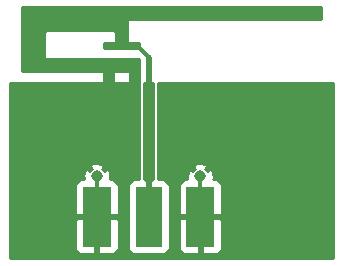
<source format=gbr>
G04 #@! TF.FileFunction,Copper,L1,Top,Signal*
%FSLAX46Y46*%
G04 Gerber Fmt 4.6, Leading zero omitted, Abs format (unit mm)*
G04 Created by KiCad (PCBNEW 4.0.5) date 02/21/17 00:10:14*
%MOMM*%
%LPD*%
G01*
G04 APERTURE LIST*
%ADD10C,0.100000*%
%ADD11R,2.290000X5.080000*%
%ADD12R,2.420000X5.080000*%
%ADD13C,0.970000*%
%ADD14R,0.460000X0.890000*%
%ADD15C,0.355600*%
%ADD16C,0.254000*%
G04 APERTURE END LIST*
D10*
D11*
X142316200Y-96614400D03*
D12*
X137936200Y-96614400D03*
X146696200Y-96614400D03*
D13*
X137936200Y-93174400D03*
X146696200Y-93174400D03*
D14*
X137936200Y-93624400D03*
X146696200Y-93624400D03*
D15*
X141135100Y-85648800D03*
X138925300Y-85648800D03*
D16*
G36*
X156895800Y-79832200D02*
X140639800Y-79832200D01*
X140590390Y-79842206D01*
X140548765Y-79870647D01*
X140521485Y-79913041D01*
X140512800Y-79959200D01*
X140512800Y-81762600D01*
X140522806Y-81812010D01*
X140551247Y-81853635D01*
X140593641Y-81880915D01*
X140639800Y-81889600D01*
X141503400Y-81889600D01*
X141503400Y-82092800D01*
X141513406Y-82142210D01*
X141540597Y-82182603D01*
X142417800Y-83059806D01*
X142417800Y-85140800D01*
X142427806Y-85190210D01*
X142456247Y-85231835D01*
X142498641Y-85259115D01*
X142544800Y-85267800D01*
X142722600Y-85267800D01*
X142722600Y-93439400D01*
X142601950Y-93439400D01*
X142443200Y-93598150D01*
X142443200Y-96824800D01*
X142189200Y-96824800D01*
X142189200Y-93598150D01*
X142030450Y-93439400D01*
X141909800Y-93439400D01*
X141909800Y-85267800D01*
X142087600Y-85267800D01*
X142137010Y-85257794D01*
X142178635Y-85229353D01*
X142205915Y-85186959D01*
X142214600Y-85140800D01*
X142214600Y-83058000D01*
X142204594Y-83008590D01*
X142177403Y-82968197D01*
X141567803Y-82358597D01*
X141525789Y-82330734D01*
X141478000Y-82321400D01*
X138557000Y-82321400D01*
X138557000Y-81889600D01*
X139420600Y-81889600D01*
X139470010Y-81879594D01*
X139511635Y-81851153D01*
X139538915Y-81808759D01*
X139547600Y-81762600D01*
X139547600Y-80949800D01*
X139537594Y-80900390D01*
X139509153Y-80858765D01*
X139466759Y-80831485D01*
X139420600Y-80822800D01*
X133629400Y-80822800D01*
X133579990Y-80832806D01*
X133538365Y-80861247D01*
X133511085Y-80903641D01*
X133502400Y-80949800D01*
X133502400Y-83108800D01*
X133512406Y-83158210D01*
X133540847Y-83199835D01*
X133583241Y-83227115D01*
X133629400Y-83235800D01*
X141503400Y-83235800D01*
X141503400Y-93439400D01*
X141044890Y-93439400D01*
X140811501Y-93536073D01*
X140632873Y-93714702D01*
X140536200Y-93948091D01*
X140536200Y-96328650D01*
X140538200Y-96330650D01*
X140538200Y-96898150D01*
X140536200Y-96900150D01*
X140536200Y-99280709D01*
X140632873Y-99514098D01*
X140811501Y-99692727D01*
X141044890Y-99789400D01*
X142030450Y-99789400D01*
X142048650Y-99771200D01*
X142583750Y-99771200D01*
X142601950Y-99789400D01*
X143587510Y-99789400D01*
X143820899Y-99692727D01*
X143999527Y-99514098D01*
X144096200Y-99280709D01*
X144096200Y-96900150D01*
X144851200Y-96900150D01*
X144851200Y-99280709D01*
X144947873Y-99514098D01*
X145126501Y-99692727D01*
X145359890Y-99789400D01*
X146410450Y-99789400D01*
X146569200Y-99630650D01*
X146569200Y-96741400D01*
X146823200Y-96741400D01*
X146823200Y-99630650D01*
X146981950Y-99789400D01*
X148032510Y-99789400D01*
X148265899Y-99692727D01*
X148444527Y-99514098D01*
X148541200Y-99280709D01*
X148541200Y-96900150D01*
X148382450Y-96741400D01*
X146823200Y-96741400D01*
X146569200Y-96741400D01*
X145009950Y-96741400D01*
X144851200Y-96900150D01*
X144096200Y-96900150D01*
X144094200Y-96898150D01*
X144094200Y-96330650D01*
X144096200Y-96328650D01*
X144096200Y-93948091D01*
X144851200Y-93948091D01*
X144851200Y-96328650D01*
X145009950Y-96487400D01*
X146569200Y-96487400D01*
X146569200Y-96467400D01*
X146823200Y-96467400D01*
X146823200Y-96487400D01*
X148382450Y-96487400D01*
X148541200Y-96328650D01*
X148541200Y-93948091D01*
X148444527Y-93714702D01*
X148265899Y-93536073D01*
X148032510Y-93439400D01*
X147788329Y-93439400D01*
X147829349Y-93315836D01*
X147797218Y-92871432D01*
X147688968Y-92610092D01*
X147475400Y-92574805D01*
X147347515Y-92702690D01*
X147285899Y-92641073D01*
X147119038Y-92571957D01*
X147295795Y-92395200D01*
X147260508Y-92181632D01*
X146837636Y-92041251D01*
X146393232Y-92073382D01*
X146131892Y-92181632D01*
X146096605Y-92395200D01*
X146273362Y-92571957D01*
X146106501Y-92641073D01*
X146044885Y-92702690D01*
X145917000Y-92574805D01*
X145703432Y-92610092D01*
X145563051Y-93032964D01*
X145592437Y-93439400D01*
X145359890Y-93439400D01*
X145126501Y-93536073D01*
X144947873Y-93714702D01*
X144851200Y-93948091D01*
X144096200Y-93948091D01*
X143999527Y-93714702D01*
X143820899Y-93536073D01*
X143587510Y-93439400D01*
X143129000Y-93439400D01*
X143129000Y-85267800D01*
X157911800Y-85267800D01*
X157911800Y-100101400D01*
X130556000Y-100101400D01*
X130556000Y-96900150D01*
X136091200Y-96900150D01*
X136091200Y-99280709D01*
X136187873Y-99514098D01*
X136366501Y-99692727D01*
X136599890Y-99789400D01*
X137650450Y-99789400D01*
X137809200Y-99630650D01*
X137809200Y-96741400D01*
X138063200Y-96741400D01*
X138063200Y-99630650D01*
X138221950Y-99789400D01*
X139272510Y-99789400D01*
X139505899Y-99692727D01*
X139684527Y-99514098D01*
X139781200Y-99280709D01*
X139781200Y-96900150D01*
X139622450Y-96741400D01*
X138063200Y-96741400D01*
X137809200Y-96741400D01*
X136249950Y-96741400D01*
X136091200Y-96900150D01*
X130556000Y-96900150D01*
X130556000Y-93948091D01*
X136091200Y-93948091D01*
X136091200Y-96328650D01*
X136249950Y-96487400D01*
X137809200Y-96487400D01*
X137809200Y-96467400D01*
X138063200Y-96467400D01*
X138063200Y-96487400D01*
X139622450Y-96487400D01*
X139781200Y-96328650D01*
X139781200Y-93948091D01*
X139684527Y-93714702D01*
X139505899Y-93536073D01*
X139272510Y-93439400D01*
X139028329Y-93439400D01*
X139069349Y-93315836D01*
X139037218Y-92871432D01*
X138928968Y-92610092D01*
X138715400Y-92574805D01*
X138587515Y-92702690D01*
X138525899Y-92641073D01*
X138359038Y-92571957D01*
X138535795Y-92395200D01*
X138500508Y-92181632D01*
X138077636Y-92041251D01*
X137633232Y-92073382D01*
X137371892Y-92181632D01*
X137336605Y-92395200D01*
X137513362Y-92571957D01*
X137346501Y-92641073D01*
X137284885Y-92702690D01*
X137157000Y-92574805D01*
X136943432Y-92610092D01*
X136803051Y-93032964D01*
X136832437Y-93439400D01*
X136599890Y-93439400D01*
X136366501Y-93536073D01*
X136187873Y-93714702D01*
X136091200Y-93948091D01*
X130556000Y-93948091D01*
X130556000Y-85267800D01*
X138430000Y-85267800D01*
X138479410Y-85257794D01*
X138521035Y-85229353D01*
X138548315Y-85186959D01*
X138557000Y-85140800D01*
X138557000Y-84404200D01*
X139293600Y-84404200D01*
X139293600Y-85140800D01*
X139303606Y-85190210D01*
X139332047Y-85231835D01*
X139374441Y-85259115D01*
X139420600Y-85267800D01*
X140639800Y-85267800D01*
X140689210Y-85257794D01*
X140730835Y-85229353D01*
X140758115Y-85186959D01*
X140766800Y-85140800D01*
X140766800Y-84404200D01*
X140756794Y-84354790D01*
X140728353Y-84313165D01*
X140685959Y-84285885D01*
X140639800Y-84277200D01*
X139420600Y-84277200D01*
X139371190Y-84287206D01*
X139329565Y-84315647D01*
X139302285Y-84358041D01*
X139293600Y-84404200D01*
X138557000Y-84404200D01*
X138546994Y-84354790D01*
X138518553Y-84313165D01*
X138476159Y-84285885D01*
X138430000Y-84277200D01*
X131572000Y-84277200D01*
X131572000Y-78867000D01*
X156895800Y-78867000D01*
X156895800Y-79832200D01*
X156895800Y-79832200D01*
G37*
X156895800Y-79832200D02*
X140639800Y-79832200D01*
X140590390Y-79842206D01*
X140548765Y-79870647D01*
X140521485Y-79913041D01*
X140512800Y-79959200D01*
X140512800Y-81762600D01*
X140522806Y-81812010D01*
X140551247Y-81853635D01*
X140593641Y-81880915D01*
X140639800Y-81889600D01*
X141503400Y-81889600D01*
X141503400Y-82092800D01*
X141513406Y-82142210D01*
X141540597Y-82182603D01*
X142417800Y-83059806D01*
X142417800Y-85140800D01*
X142427806Y-85190210D01*
X142456247Y-85231835D01*
X142498641Y-85259115D01*
X142544800Y-85267800D01*
X142722600Y-85267800D01*
X142722600Y-93439400D01*
X142601950Y-93439400D01*
X142443200Y-93598150D01*
X142443200Y-96824800D01*
X142189200Y-96824800D01*
X142189200Y-93598150D01*
X142030450Y-93439400D01*
X141909800Y-93439400D01*
X141909800Y-85267800D01*
X142087600Y-85267800D01*
X142137010Y-85257794D01*
X142178635Y-85229353D01*
X142205915Y-85186959D01*
X142214600Y-85140800D01*
X142214600Y-83058000D01*
X142204594Y-83008590D01*
X142177403Y-82968197D01*
X141567803Y-82358597D01*
X141525789Y-82330734D01*
X141478000Y-82321400D01*
X138557000Y-82321400D01*
X138557000Y-81889600D01*
X139420600Y-81889600D01*
X139470010Y-81879594D01*
X139511635Y-81851153D01*
X139538915Y-81808759D01*
X139547600Y-81762600D01*
X139547600Y-80949800D01*
X139537594Y-80900390D01*
X139509153Y-80858765D01*
X139466759Y-80831485D01*
X139420600Y-80822800D01*
X133629400Y-80822800D01*
X133579990Y-80832806D01*
X133538365Y-80861247D01*
X133511085Y-80903641D01*
X133502400Y-80949800D01*
X133502400Y-83108800D01*
X133512406Y-83158210D01*
X133540847Y-83199835D01*
X133583241Y-83227115D01*
X133629400Y-83235800D01*
X141503400Y-83235800D01*
X141503400Y-93439400D01*
X141044890Y-93439400D01*
X140811501Y-93536073D01*
X140632873Y-93714702D01*
X140536200Y-93948091D01*
X140536200Y-96328650D01*
X140538200Y-96330650D01*
X140538200Y-96898150D01*
X140536200Y-96900150D01*
X140536200Y-99280709D01*
X140632873Y-99514098D01*
X140811501Y-99692727D01*
X141044890Y-99789400D01*
X142030450Y-99789400D01*
X142048650Y-99771200D01*
X142583750Y-99771200D01*
X142601950Y-99789400D01*
X143587510Y-99789400D01*
X143820899Y-99692727D01*
X143999527Y-99514098D01*
X144096200Y-99280709D01*
X144096200Y-96900150D01*
X144851200Y-96900150D01*
X144851200Y-99280709D01*
X144947873Y-99514098D01*
X145126501Y-99692727D01*
X145359890Y-99789400D01*
X146410450Y-99789400D01*
X146569200Y-99630650D01*
X146569200Y-96741400D01*
X146823200Y-96741400D01*
X146823200Y-99630650D01*
X146981950Y-99789400D01*
X148032510Y-99789400D01*
X148265899Y-99692727D01*
X148444527Y-99514098D01*
X148541200Y-99280709D01*
X148541200Y-96900150D01*
X148382450Y-96741400D01*
X146823200Y-96741400D01*
X146569200Y-96741400D01*
X145009950Y-96741400D01*
X144851200Y-96900150D01*
X144096200Y-96900150D01*
X144094200Y-96898150D01*
X144094200Y-96330650D01*
X144096200Y-96328650D01*
X144096200Y-93948091D01*
X144851200Y-93948091D01*
X144851200Y-96328650D01*
X145009950Y-96487400D01*
X146569200Y-96487400D01*
X146569200Y-96467400D01*
X146823200Y-96467400D01*
X146823200Y-96487400D01*
X148382450Y-96487400D01*
X148541200Y-96328650D01*
X148541200Y-93948091D01*
X148444527Y-93714702D01*
X148265899Y-93536073D01*
X148032510Y-93439400D01*
X147788329Y-93439400D01*
X147829349Y-93315836D01*
X147797218Y-92871432D01*
X147688968Y-92610092D01*
X147475400Y-92574805D01*
X147347515Y-92702690D01*
X147285899Y-92641073D01*
X147119038Y-92571957D01*
X147295795Y-92395200D01*
X147260508Y-92181632D01*
X146837636Y-92041251D01*
X146393232Y-92073382D01*
X146131892Y-92181632D01*
X146096605Y-92395200D01*
X146273362Y-92571957D01*
X146106501Y-92641073D01*
X146044885Y-92702690D01*
X145917000Y-92574805D01*
X145703432Y-92610092D01*
X145563051Y-93032964D01*
X145592437Y-93439400D01*
X145359890Y-93439400D01*
X145126501Y-93536073D01*
X144947873Y-93714702D01*
X144851200Y-93948091D01*
X144096200Y-93948091D01*
X143999527Y-93714702D01*
X143820899Y-93536073D01*
X143587510Y-93439400D01*
X143129000Y-93439400D01*
X143129000Y-85267800D01*
X157911800Y-85267800D01*
X157911800Y-100101400D01*
X130556000Y-100101400D01*
X130556000Y-96900150D01*
X136091200Y-96900150D01*
X136091200Y-99280709D01*
X136187873Y-99514098D01*
X136366501Y-99692727D01*
X136599890Y-99789400D01*
X137650450Y-99789400D01*
X137809200Y-99630650D01*
X137809200Y-96741400D01*
X138063200Y-96741400D01*
X138063200Y-99630650D01*
X138221950Y-99789400D01*
X139272510Y-99789400D01*
X139505899Y-99692727D01*
X139684527Y-99514098D01*
X139781200Y-99280709D01*
X139781200Y-96900150D01*
X139622450Y-96741400D01*
X138063200Y-96741400D01*
X137809200Y-96741400D01*
X136249950Y-96741400D01*
X136091200Y-96900150D01*
X130556000Y-96900150D01*
X130556000Y-93948091D01*
X136091200Y-93948091D01*
X136091200Y-96328650D01*
X136249950Y-96487400D01*
X137809200Y-96487400D01*
X137809200Y-96467400D01*
X138063200Y-96467400D01*
X138063200Y-96487400D01*
X139622450Y-96487400D01*
X139781200Y-96328650D01*
X139781200Y-93948091D01*
X139684527Y-93714702D01*
X139505899Y-93536073D01*
X139272510Y-93439400D01*
X139028329Y-93439400D01*
X139069349Y-93315836D01*
X139037218Y-92871432D01*
X138928968Y-92610092D01*
X138715400Y-92574805D01*
X138587515Y-92702690D01*
X138525899Y-92641073D01*
X138359038Y-92571957D01*
X138535795Y-92395200D01*
X138500508Y-92181632D01*
X138077636Y-92041251D01*
X137633232Y-92073382D01*
X137371892Y-92181632D01*
X137336605Y-92395200D01*
X137513362Y-92571957D01*
X137346501Y-92641073D01*
X137284885Y-92702690D01*
X137157000Y-92574805D01*
X136943432Y-92610092D01*
X136803051Y-93032964D01*
X136832437Y-93439400D01*
X136599890Y-93439400D01*
X136366501Y-93536073D01*
X136187873Y-93714702D01*
X136091200Y-93948091D01*
X130556000Y-93948091D01*
X130556000Y-85267800D01*
X138430000Y-85267800D01*
X138479410Y-85257794D01*
X138521035Y-85229353D01*
X138548315Y-85186959D01*
X138557000Y-85140800D01*
X138557000Y-84404200D01*
X139293600Y-84404200D01*
X139293600Y-85140800D01*
X139303606Y-85190210D01*
X139332047Y-85231835D01*
X139374441Y-85259115D01*
X139420600Y-85267800D01*
X140639800Y-85267800D01*
X140689210Y-85257794D01*
X140730835Y-85229353D01*
X140758115Y-85186959D01*
X140766800Y-85140800D01*
X140766800Y-84404200D01*
X140756794Y-84354790D01*
X140728353Y-84313165D01*
X140685959Y-84285885D01*
X140639800Y-84277200D01*
X139420600Y-84277200D01*
X139371190Y-84287206D01*
X139329565Y-84315647D01*
X139302285Y-84358041D01*
X139293600Y-84404200D01*
X138557000Y-84404200D01*
X138546994Y-84354790D01*
X138518553Y-84313165D01*
X138476159Y-84285885D01*
X138430000Y-84277200D01*
X131572000Y-84277200D01*
X131572000Y-78867000D01*
X156895800Y-78867000D01*
X156895800Y-79832200D01*
M02*

</source>
